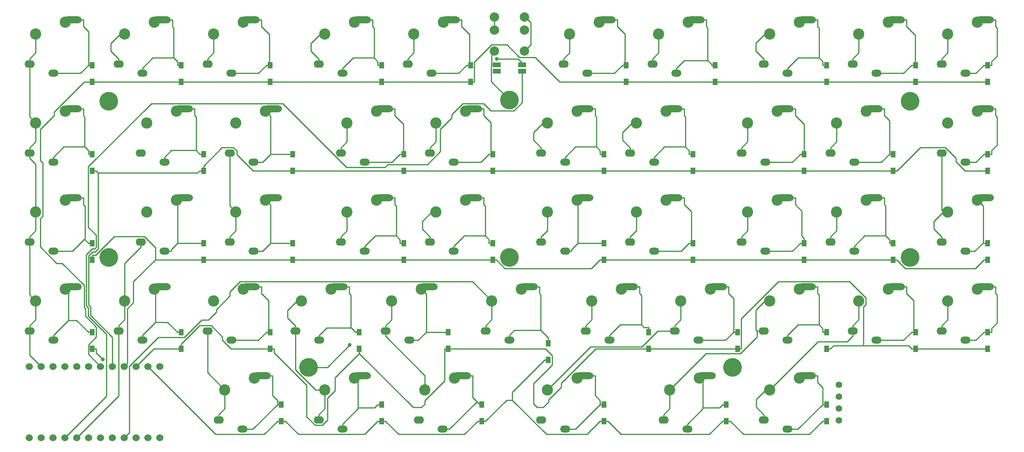
<source format=gbr>
G04 #@! TF.GenerationSoftware,KiCad,Pcbnew,(5.1.9)-1*
G04 #@! TF.CreationDate,2021-01-19T21:28:49+09:00*
G04 #@! TF.ProjectId,yuiop47,7975696f-7034-4372-9e6b-696361645f70,1*
G04 #@! TF.SameCoordinates,Original*
G04 #@! TF.FileFunction,Copper,L2,Bot*
G04 #@! TF.FilePolarity,Positive*
%FSLAX46Y46*%
G04 Gerber Fmt 4.6, Leading zero omitted, Abs format (unit mm)*
G04 Created by KiCad (PCBNEW (5.1.9)-1) date 2021-01-19 21:28:49*
%MOMM*%
%LPD*%
G01*
G04 APERTURE LIST*
G04 #@! TA.AperFunction,ComponentPad*
%ADD10C,4.000000*%
G04 #@! TD*
G04 #@! TA.AperFunction,ComponentPad*
%ADD11C,2.000000*%
G04 #@! TD*
G04 #@! TA.AperFunction,SMDPad,CuDef*
%ADD12R,1.000000X1.400000*%
G04 #@! TD*
G04 #@! TA.AperFunction,SMDPad,CuDef*
%ADD13R,1.700000X1.000000*%
G04 #@! TD*
G04 #@! TA.AperFunction,ComponentPad*
%ADD14C,1.397000*%
G04 #@! TD*
G04 #@! TA.AperFunction,ComponentPad*
%ADD15C,2.400000*%
G04 #@! TD*
G04 #@! TA.AperFunction,ComponentPad*
%ADD16O,2.200000X1.600000*%
G04 #@! TD*
G04 #@! TA.AperFunction,ComponentPad*
%ADD17O,2.200000X1.500000*%
G04 #@! TD*
G04 #@! TA.AperFunction,ComponentPad*
%ADD18C,1.524000*%
G04 #@! TD*
G04 #@! TA.AperFunction,ViaPad*
%ADD19C,0.800000*%
G04 #@! TD*
G04 #@! TA.AperFunction,Conductor*
%ADD20C,0.250000*%
G04 #@! TD*
G04 APERTURE END LIST*
D10*
X235750000Y-117250000D03*
X64250000Y-117250000D03*
X197750000Y-140750000D03*
X107000000Y-140750000D03*
X150000000Y-117250000D03*
X150000000Y-83500000D03*
X235750000Y-83750000D03*
X64250000Y-83750000D03*
D11*
X153250000Y-68538800D03*
X146750000Y-68538800D03*
X153250000Y-73038800D03*
X146750000Y-73038800D03*
D12*
X60703100Y-79628100D03*
X60703100Y-76078100D03*
X79753100Y-76078100D03*
X79753100Y-79628100D03*
X98803100Y-79628100D03*
X98803100Y-76078100D03*
X122616000Y-76078100D03*
X122616000Y-79628100D03*
X141666000Y-79628100D03*
X141666000Y-76078100D03*
X175003000Y-76078100D03*
X175003000Y-79628100D03*
X194053000Y-79628100D03*
X194053000Y-76078100D03*
X217866000Y-76078100D03*
X217866000Y-79628100D03*
X236916000Y-79628100D03*
X236916000Y-76078100D03*
X252394000Y-76078100D03*
X252394000Y-79628100D03*
X60703100Y-98678100D03*
X60703100Y-95128100D03*
X84515600Y-95128100D03*
X84515600Y-98678100D03*
X103566000Y-98678100D03*
X103566000Y-95128100D03*
X127378000Y-95128100D03*
X127378000Y-98678100D03*
X146428000Y-98678100D03*
X146428000Y-95128100D03*
X170241000Y-98678100D03*
X170241000Y-95128100D03*
X189291000Y-95128100D03*
X189291000Y-98678100D03*
X213103000Y-95128100D03*
X213103000Y-98678100D03*
X232153000Y-98678100D03*
X232153000Y-95128100D03*
X252394000Y-95128100D03*
X252394000Y-98678100D03*
X60703100Y-117728000D03*
X60703100Y-114178000D03*
X84515600Y-114178000D03*
X84515600Y-117728000D03*
X103566000Y-117728000D03*
X103566000Y-114178000D03*
X127378000Y-117728000D03*
X127378000Y-114178000D03*
X146428000Y-114178000D03*
X146428000Y-117728000D03*
X170241000Y-117728000D03*
X170241000Y-114178000D03*
X189291000Y-114178000D03*
X189291000Y-117728000D03*
X213103000Y-117728000D03*
X213103000Y-114178000D03*
X232153000Y-114178000D03*
X232153000Y-117728000D03*
X252394000Y-114178000D03*
X252394000Y-117728000D03*
X60703100Y-136778000D03*
X60703100Y-133228000D03*
X79753100Y-133228000D03*
X79753100Y-136778000D03*
X98803100Y-136778000D03*
X98803100Y-133228000D03*
X117853000Y-133228000D03*
X117853000Y-136778000D03*
X136903000Y-133228000D03*
X136903000Y-136778000D03*
X179766000Y-133228000D03*
X179766000Y-136778000D03*
X198816000Y-133228000D03*
X198816000Y-136778000D03*
X217866000Y-133228000D03*
X217866000Y-136778000D03*
X236916000Y-133228000D03*
X236916000Y-136778000D03*
X252394000Y-136778000D03*
X252394000Y-133228000D03*
X101184000Y-152256000D03*
X101184000Y-148706000D03*
X122616000Y-152256000D03*
X122616000Y-148706000D03*
X144047000Y-152256000D03*
X144047000Y-148706000D03*
X158334000Y-139159000D03*
X158334000Y-135609000D03*
X170241000Y-152256000D03*
X170241000Y-148706000D03*
X196434000Y-152256000D03*
X196434000Y-148706000D03*
X217866000Y-148706000D03*
X217866000Y-152256000D03*
D13*
X152750000Y-77362500D03*
X152750000Y-75962500D03*
X147250000Y-77362500D03*
X147250000Y-75962500D03*
D14*
X220500000Y-144440000D03*
X220500000Y-146980000D03*
X220500000Y-149520000D03*
X220500000Y-152060000D03*
D15*
X54908800Y-66820000D03*
G04 #@! TA.AperFunction,ComponentPad*
G36*
G01*
X54068926Y-66378797D02*
X54068926Y-66378797D01*
G75*
G02*
X54812352Y-65622281I749971J6545D01*
G01*
X57712242Y-65596975D01*
G75*
G02*
X58468758Y-66340401I6545J-749971D01*
G01*
X58468758Y-66340401D01*
G75*
G02*
X57725332Y-67096917I-749971J-6545D01*
G01*
X54825442Y-67122223D01*
G75*
G02*
X54068926Y-66378797I-6545J749971D01*
G01*
G37*
G04 #@! TD.AperFunction*
D16*
X47268800Y-75800000D03*
D17*
X52368800Y-77800000D03*
D15*
X48558800Y-69360000D03*
X67608800Y-69360000D03*
D17*
X71418800Y-77800000D03*
D16*
X66318800Y-75800000D03*
G04 #@! TA.AperFunction,ComponentPad*
G36*
G01*
X73118926Y-66378797D02*
X73118926Y-66378797D01*
G75*
G02*
X73862352Y-65622281I749971J6545D01*
G01*
X76762242Y-65596975D01*
G75*
G02*
X77518758Y-66340401I6545J-749971D01*
G01*
X77518758Y-66340401D01*
G75*
G02*
X76775332Y-67096917I-749971J-6545D01*
G01*
X73875442Y-67122223D01*
G75*
G02*
X73118926Y-66378797I-6545J749971D01*
G01*
G37*
G04 #@! TD.AperFunction*
D15*
X73958800Y-66820000D03*
X93008800Y-66820000D03*
G04 #@! TA.AperFunction,ComponentPad*
G36*
G01*
X92168926Y-66378797D02*
X92168926Y-66378797D01*
G75*
G02*
X92912352Y-65622281I749971J6545D01*
G01*
X95812242Y-65596975D01*
G75*
G02*
X96568758Y-66340401I6545J-749971D01*
G01*
X96568758Y-66340401D01*
G75*
G02*
X95825332Y-67096917I-749971J-6545D01*
G01*
X92925442Y-67122223D01*
G75*
G02*
X92168926Y-66378797I-6545J749971D01*
G01*
G37*
G04 #@! TD.AperFunction*
D16*
X85368800Y-75800000D03*
D17*
X90468800Y-77800000D03*
D15*
X86658800Y-69360000D03*
X110471000Y-69360000D03*
D17*
X114281000Y-77800000D03*
D16*
X109181000Y-75800000D03*
G04 #@! TA.AperFunction,ComponentPad*
G36*
G01*
X115981126Y-66378797D02*
X115981126Y-66378797D01*
G75*
G02*
X116724552Y-65622281I749971J6545D01*
G01*
X119624442Y-65596975D01*
G75*
G02*
X120380958Y-66340401I6545J-749971D01*
G01*
X120380958Y-66340401D01*
G75*
G02*
X119637532Y-67096917I-749971J-6545D01*
G01*
X116737642Y-67122223D01*
G75*
G02*
X115981126Y-66378797I-6545J749971D01*
G01*
G37*
G04 #@! TD.AperFunction*
D15*
X116821000Y-66820000D03*
X135871000Y-66820000D03*
G04 #@! TA.AperFunction,ComponentPad*
G36*
G01*
X135031126Y-66378797D02*
X135031126Y-66378797D01*
G75*
G02*
X135774552Y-65622281I749971J6545D01*
G01*
X138674442Y-65596975D01*
G75*
G02*
X139430958Y-66340401I6545J-749971D01*
G01*
X139430958Y-66340401D01*
G75*
G02*
X138687532Y-67096917I-749971J-6545D01*
G01*
X135787642Y-67122223D01*
G75*
G02*
X135031126Y-66378797I-6545J749971D01*
G01*
G37*
G04 #@! TD.AperFunction*
D16*
X128231000Y-75800000D03*
D17*
X133331000Y-77800000D03*
D15*
X129521000Y-69360000D03*
X169209000Y-66820000D03*
G04 #@! TA.AperFunction,ComponentPad*
G36*
G01*
X168369126Y-66378797D02*
X168369126Y-66378797D01*
G75*
G02*
X169112552Y-65622281I749971J6545D01*
G01*
X172012442Y-65596975D01*
G75*
G02*
X172768958Y-66340401I6545J-749971D01*
G01*
X172768958Y-66340401D01*
G75*
G02*
X172025532Y-67096917I-749971J-6545D01*
G01*
X169125642Y-67122223D01*
G75*
G02*
X168369126Y-66378797I-6545J749971D01*
G01*
G37*
G04 #@! TD.AperFunction*
D16*
X161569000Y-75800000D03*
D17*
X166669000Y-77800000D03*
D15*
X162859000Y-69360000D03*
X181909000Y-69360000D03*
D17*
X185719000Y-77800000D03*
D16*
X180619000Y-75800000D03*
G04 #@! TA.AperFunction,ComponentPad*
G36*
G01*
X187419126Y-66378797D02*
X187419126Y-66378797D01*
G75*
G02*
X188162552Y-65622281I749971J6545D01*
G01*
X191062442Y-65596975D01*
G75*
G02*
X191818958Y-66340401I6545J-749971D01*
G01*
X191818958Y-66340401D01*
G75*
G02*
X191075532Y-67096917I-749971J-6545D01*
G01*
X188175642Y-67122223D01*
G75*
G02*
X187419126Y-66378797I-6545J749971D01*
G01*
G37*
G04 #@! TD.AperFunction*
D15*
X188259000Y-66820000D03*
X205721000Y-69360000D03*
D17*
X209531000Y-77800000D03*
D16*
X204431000Y-75800000D03*
G04 #@! TA.AperFunction,ComponentPad*
G36*
G01*
X211231126Y-66378797D02*
X211231126Y-66378797D01*
G75*
G02*
X211974552Y-65622281I749971J6545D01*
G01*
X214874442Y-65596975D01*
G75*
G02*
X215630958Y-66340401I6545J-749971D01*
G01*
X215630958Y-66340401D01*
G75*
G02*
X214887532Y-67096917I-749971J-6545D01*
G01*
X211987642Y-67122223D01*
G75*
G02*
X211231126Y-66378797I-6545J749971D01*
G01*
G37*
G04 #@! TD.AperFunction*
D15*
X212071000Y-66820000D03*
X231121000Y-66820000D03*
G04 #@! TA.AperFunction,ComponentPad*
G36*
G01*
X230281126Y-66378797D02*
X230281126Y-66378797D01*
G75*
G02*
X231024552Y-65622281I749971J6545D01*
G01*
X233924442Y-65596975D01*
G75*
G02*
X234680958Y-66340401I6545J-749971D01*
G01*
X234680958Y-66340401D01*
G75*
G02*
X233937532Y-67096917I-749971J-6545D01*
G01*
X231037642Y-67122223D01*
G75*
G02*
X230281126Y-66378797I-6545J749971D01*
G01*
G37*
G04 #@! TD.AperFunction*
D16*
X223481000Y-75800000D03*
D17*
X228581000Y-77800000D03*
D15*
X224771000Y-69360000D03*
X243821000Y-69360000D03*
D17*
X247631000Y-77800000D03*
D16*
X242531000Y-75800000D03*
G04 #@! TA.AperFunction,ComponentPad*
G36*
G01*
X249331126Y-66378797D02*
X249331126Y-66378797D01*
G75*
G02*
X250074552Y-65622281I749971J6545D01*
G01*
X252974442Y-65596975D01*
G75*
G02*
X253730958Y-66340401I6545J-749971D01*
G01*
X253730958Y-66340401D01*
G75*
G02*
X252987532Y-67096917I-749971J-6545D01*
G01*
X250087642Y-67122223D01*
G75*
G02*
X249331126Y-66378797I-6545J749971D01*
G01*
G37*
G04 #@! TD.AperFunction*
D15*
X250171000Y-66820000D03*
X48558800Y-88410000D03*
D17*
X52368800Y-96850000D03*
D16*
X47268800Y-94850000D03*
G04 #@! TA.AperFunction,ComponentPad*
G36*
G01*
X54068926Y-85428797D02*
X54068926Y-85428797D01*
G75*
G02*
X54812352Y-84672281I749971J6545D01*
G01*
X57712242Y-84646975D01*
G75*
G02*
X58468758Y-85390401I6545J-749971D01*
G01*
X58468758Y-85390401D01*
G75*
G02*
X57725332Y-86146917I-749971J-6545D01*
G01*
X54825442Y-86172223D01*
G75*
G02*
X54068926Y-85428797I-6545J749971D01*
G01*
G37*
G04 #@! TD.AperFunction*
D15*
X54908800Y-85870000D03*
X72371200Y-88410000D03*
D17*
X76181200Y-96850000D03*
D16*
X71081200Y-94850000D03*
G04 #@! TA.AperFunction,ComponentPad*
G36*
G01*
X77881326Y-85428797D02*
X77881326Y-85428797D01*
G75*
G02*
X78624752Y-84672281I749971J6545D01*
G01*
X81524642Y-84646975D01*
G75*
G02*
X82281158Y-85390401I6545J-749971D01*
G01*
X82281158Y-85390401D01*
G75*
G02*
X81537732Y-86146917I-749971J-6545D01*
G01*
X78637842Y-86172223D01*
G75*
G02*
X77881326Y-85428797I-6545J749971D01*
G01*
G37*
G04 #@! TD.AperFunction*
D15*
X78721200Y-85870000D03*
X97771200Y-85870000D03*
G04 #@! TA.AperFunction,ComponentPad*
G36*
G01*
X96931326Y-85428797D02*
X96931326Y-85428797D01*
G75*
G02*
X97674752Y-84672281I749971J6545D01*
G01*
X100574642Y-84646975D01*
G75*
G02*
X101331158Y-85390401I6545J-749971D01*
G01*
X101331158Y-85390401D01*
G75*
G02*
X100587732Y-86146917I-749971J-6545D01*
G01*
X97687842Y-86172223D01*
G75*
G02*
X96931326Y-85428797I-6545J749971D01*
G01*
G37*
G04 #@! TD.AperFunction*
D16*
X90131200Y-94850000D03*
D17*
X95231200Y-96850000D03*
D15*
X91421200Y-88410000D03*
X121584000Y-85870000D03*
G04 #@! TA.AperFunction,ComponentPad*
G36*
G01*
X120744126Y-85428797D02*
X120744126Y-85428797D01*
G75*
G02*
X121487552Y-84672281I749971J6545D01*
G01*
X124387442Y-84646975D01*
G75*
G02*
X125143958Y-85390401I6545J-749971D01*
G01*
X125143958Y-85390401D01*
G75*
G02*
X124400532Y-86146917I-749971J-6545D01*
G01*
X121500642Y-86172223D01*
G75*
G02*
X120744126Y-85428797I-6545J749971D01*
G01*
G37*
G04 #@! TD.AperFunction*
D16*
X113944000Y-94850000D03*
D17*
X119044000Y-96850000D03*
D15*
X115234000Y-88410000D03*
X140634000Y-85870000D03*
G04 #@! TA.AperFunction,ComponentPad*
G36*
G01*
X139794126Y-85428797D02*
X139794126Y-85428797D01*
G75*
G02*
X140537552Y-84672281I749971J6545D01*
G01*
X143437442Y-84646975D01*
G75*
G02*
X144193958Y-85390401I6545J-749971D01*
G01*
X144193958Y-85390401D01*
G75*
G02*
X143450532Y-86146917I-749971J-6545D01*
G01*
X140550642Y-86172223D01*
G75*
G02*
X139794126Y-85428797I-6545J749971D01*
G01*
G37*
G04 #@! TD.AperFunction*
D16*
X132994000Y-94850000D03*
D17*
X138094000Y-96850000D03*
D15*
X134284000Y-88410000D03*
X158096000Y-88410000D03*
D17*
X161906000Y-96850000D03*
D16*
X156806000Y-94850000D03*
G04 #@! TA.AperFunction,ComponentPad*
G36*
G01*
X163606126Y-85428797D02*
X163606126Y-85428797D01*
G75*
G02*
X164349552Y-84672281I749971J6545D01*
G01*
X167249442Y-84646975D01*
G75*
G02*
X168005958Y-85390401I6545J-749971D01*
G01*
X168005958Y-85390401D01*
G75*
G02*
X167262532Y-86146917I-749971J-6545D01*
G01*
X164362642Y-86172223D01*
G75*
G02*
X163606126Y-85428797I-6545J749971D01*
G01*
G37*
G04 #@! TD.AperFunction*
D15*
X164446000Y-85870000D03*
X177146000Y-88410000D03*
D17*
X180956000Y-96850000D03*
D16*
X175856000Y-94850000D03*
G04 #@! TA.AperFunction,ComponentPad*
G36*
G01*
X182656126Y-85428797D02*
X182656126Y-85428797D01*
G75*
G02*
X183399552Y-84672281I749971J6545D01*
G01*
X186299442Y-84646975D01*
G75*
G02*
X187055958Y-85390401I6545J-749971D01*
G01*
X187055958Y-85390401D01*
G75*
G02*
X186312532Y-86146917I-749971J-6545D01*
G01*
X183412642Y-86172223D01*
G75*
G02*
X182656126Y-85428797I-6545J749971D01*
G01*
G37*
G04 #@! TD.AperFunction*
D15*
X183496000Y-85870000D03*
X207309000Y-85870000D03*
G04 #@! TA.AperFunction,ComponentPad*
G36*
G01*
X206469126Y-85428797D02*
X206469126Y-85428797D01*
G75*
G02*
X207212552Y-84672281I749971J6545D01*
G01*
X210112442Y-84646975D01*
G75*
G02*
X210868958Y-85390401I6545J-749971D01*
G01*
X210868958Y-85390401D01*
G75*
G02*
X210125532Y-86146917I-749971J-6545D01*
G01*
X207225642Y-86172223D01*
G75*
G02*
X206469126Y-85428797I-6545J749971D01*
G01*
G37*
G04 #@! TD.AperFunction*
D16*
X199669000Y-94850000D03*
D17*
X204769000Y-96850000D03*
D15*
X200959000Y-88410000D03*
X226359000Y-85870000D03*
G04 #@! TA.AperFunction,ComponentPad*
G36*
G01*
X225519126Y-85428797D02*
X225519126Y-85428797D01*
G75*
G02*
X226262552Y-84672281I749971J6545D01*
G01*
X229162442Y-84646975D01*
G75*
G02*
X229918958Y-85390401I6545J-749971D01*
G01*
X229918958Y-85390401D01*
G75*
G02*
X229175532Y-86146917I-749971J-6545D01*
G01*
X226275642Y-86172223D01*
G75*
G02*
X225519126Y-85428797I-6545J749971D01*
G01*
G37*
G04 #@! TD.AperFunction*
D16*
X218719000Y-94850000D03*
D17*
X223819000Y-96850000D03*
D15*
X220009000Y-88410000D03*
X243821000Y-88410000D03*
D17*
X247631000Y-96850000D03*
D16*
X242531000Y-94850000D03*
G04 #@! TA.AperFunction,ComponentPad*
G36*
G01*
X249331126Y-85428797D02*
X249331126Y-85428797D01*
G75*
G02*
X250074552Y-84672281I749971J6545D01*
G01*
X252974442Y-84646975D01*
G75*
G02*
X253730958Y-85390401I6545J-749971D01*
G01*
X253730958Y-85390401D01*
G75*
G02*
X252987532Y-86146917I-749971J-6545D01*
G01*
X250087642Y-86172223D01*
G75*
G02*
X249331126Y-85428797I-6545J749971D01*
G01*
G37*
G04 #@! TD.AperFunction*
D15*
X250171000Y-85870000D03*
X48558800Y-107460000D03*
D17*
X52368800Y-115900000D03*
D16*
X47268800Y-113900000D03*
G04 #@! TA.AperFunction,ComponentPad*
G36*
G01*
X54068926Y-104478797D02*
X54068926Y-104478797D01*
G75*
G02*
X54812352Y-103722281I749971J6545D01*
G01*
X57712242Y-103696975D01*
G75*
G02*
X58468758Y-104440401I6545J-749971D01*
G01*
X58468758Y-104440401D01*
G75*
G02*
X57725332Y-105196917I-749971J-6545D01*
G01*
X54825442Y-105222223D01*
G75*
G02*
X54068926Y-104478797I-6545J749971D01*
G01*
G37*
G04 #@! TD.AperFunction*
D15*
X54908800Y-104920000D03*
X78721200Y-104920000D03*
G04 #@! TA.AperFunction,ComponentPad*
G36*
G01*
X77881326Y-104478797D02*
X77881326Y-104478797D01*
G75*
G02*
X78624752Y-103722281I749971J6545D01*
G01*
X81524642Y-103696975D01*
G75*
G02*
X82281158Y-104440401I6545J-749971D01*
G01*
X82281158Y-104440401D01*
G75*
G02*
X81537732Y-105196917I-749971J-6545D01*
G01*
X78637842Y-105222223D01*
G75*
G02*
X77881326Y-104478797I-6545J749971D01*
G01*
G37*
G04 #@! TD.AperFunction*
D16*
X71081200Y-113900000D03*
D17*
X76181200Y-115900000D03*
D15*
X72371200Y-107460000D03*
X97771200Y-104920000D03*
G04 #@! TA.AperFunction,ComponentPad*
G36*
G01*
X96931326Y-104478797D02*
X96931326Y-104478797D01*
G75*
G02*
X97674752Y-103722281I749971J6545D01*
G01*
X100574642Y-103696975D01*
G75*
G02*
X101331158Y-104440401I6545J-749971D01*
G01*
X101331158Y-104440401D01*
G75*
G02*
X100587732Y-105196917I-749971J-6545D01*
G01*
X97687842Y-105222223D01*
G75*
G02*
X96931326Y-104478797I-6545J749971D01*
G01*
G37*
G04 #@! TD.AperFunction*
D16*
X90131200Y-113900000D03*
D17*
X95231200Y-115900000D03*
D15*
X91421200Y-107460000D03*
X115234000Y-107460000D03*
D17*
X119044000Y-115900000D03*
D16*
X113944000Y-113900000D03*
G04 #@! TA.AperFunction,ComponentPad*
G36*
G01*
X120744126Y-104478797D02*
X120744126Y-104478797D01*
G75*
G02*
X121487552Y-103722281I749971J6545D01*
G01*
X124387442Y-103696975D01*
G75*
G02*
X125143958Y-104440401I6545J-749971D01*
G01*
X125143958Y-104440401D01*
G75*
G02*
X124400532Y-105196917I-749971J-6545D01*
G01*
X121500642Y-105222223D01*
G75*
G02*
X120744126Y-104478797I-6545J749971D01*
G01*
G37*
G04 #@! TD.AperFunction*
D15*
X121584000Y-104920000D03*
X134284000Y-107460000D03*
D17*
X138094000Y-115900000D03*
D16*
X132994000Y-113900000D03*
G04 #@! TA.AperFunction,ComponentPad*
G36*
G01*
X139794126Y-104478797D02*
X139794126Y-104478797D01*
G75*
G02*
X140537552Y-103722281I749971J6545D01*
G01*
X143437442Y-103696975D01*
G75*
G02*
X144193958Y-104440401I6545J-749971D01*
G01*
X144193958Y-104440401D01*
G75*
G02*
X143450532Y-105196917I-749971J-6545D01*
G01*
X140550642Y-105222223D01*
G75*
G02*
X139794126Y-104478797I-6545J749971D01*
G01*
G37*
G04 #@! TD.AperFunction*
D15*
X140634000Y-104920000D03*
X164446000Y-104920000D03*
G04 #@! TA.AperFunction,ComponentPad*
G36*
G01*
X163606126Y-104478797D02*
X163606126Y-104478797D01*
G75*
G02*
X164349552Y-103722281I749971J6545D01*
G01*
X167249442Y-103696975D01*
G75*
G02*
X168005958Y-104440401I6545J-749971D01*
G01*
X168005958Y-104440401D01*
G75*
G02*
X167262532Y-105196917I-749971J-6545D01*
G01*
X164362642Y-105222223D01*
G75*
G02*
X163606126Y-104478797I-6545J749971D01*
G01*
G37*
G04 #@! TD.AperFunction*
D16*
X156806000Y-113900000D03*
D17*
X161906000Y-115900000D03*
D15*
X158096000Y-107460000D03*
X183496000Y-104920000D03*
G04 #@! TA.AperFunction,ComponentPad*
G36*
G01*
X182656126Y-104478797D02*
X182656126Y-104478797D01*
G75*
G02*
X183399552Y-103722281I749971J6545D01*
G01*
X186299442Y-103696975D01*
G75*
G02*
X187055958Y-104440401I6545J-749971D01*
G01*
X187055958Y-104440401D01*
G75*
G02*
X186312532Y-105196917I-749971J-6545D01*
G01*
X183412642Y-105222223D01*
G75*
G02*
X182656126Y-104478797I-6545J749971D01*
G01*
G37*
G04 #@! TD.AperFunction*
D16*
X175856000Y-113900000D03*
D17*
X180956000Y-115900000D03*
D15*
X177146000Y-107460000D03*
X200959000Y-107460000D03*
D17*
X204769000Y-115900000D03*
D16*
X199669000Y-113900000D03*
G04 #@! TA.AperFunction,ComponentPad*
G36*
G01*
X206469126Y-104478797D02*
X206469126Y-104478797D01*
G75*
G02*
X207212552Y-103722281I749971J6545D01*
G01*
X210112442Y-103696975D01*
G75*
G02*
X210868958Y-104440401I6545J-749971D01*
G01*
X210868958Y-104440401D01*
G75*
G02*
X210125532Y-105196917I-749971J-6545D01*
G01*
X207225642Y-105222223D01*
G75*
G02*
X206469126Y-104478797I-6545J749971D01*
G01*
G37*
G04 #@! TD.AperFunction*
D15*
X207309000Y-104920000D03*
X220009000Y-107460000D03*
D17*
X223819000Y-115900000D03*
D16*
X218719000Y-113900000D03*
G04 #@! TA.AperFunction,ComponentPad*
G36*
G01*
X225519126Y-104478797D02*
X225519126Y-104478797D01*
G75*
G02*
X226262552Y-103722281I749971J6545D01*
G01*
X229162442Y-103696975D01*
G75*
G02*
X229918958Y-104440401I6545J-749971D01*
G01*
X229918958Y-104440401D01*
G75*
G02*
X229175532Y-105196917I-749971J-6545D01*
G01*
X226275642Y-105222223D01*
G75*
G02*
X225519126Y-104478797I-6545J749971D01*
G01*
G37*
G04 #@! TD.AperFunction*
D15*
X226359000Y-104920000D03*
X250171000Y-104920000D03*
G04 #@! TA.AperFunction,ComponentPad*
G36*
G01*
X249331126Y-104478797D02*
X249331126Y-104478797D01*
G75*
G02*
X250074552Y-103722281I749971J6545D01*
G01*
X252974442Y-103696975D01*
G75*
G02*
X253730958Y-104440401I6545J-749971D01*
G01*
X253730958Y-104440401D01*
G75*
G02*
X252987532Y-105196917I-749971J-6545D01*
G01*
X250087642Y-105222223D01*
G75*
G02*
X249331126Y-104478797I-6545J749971D01*
G01*
G37*
G04 #@! TD.AperFunction*
D16*
X242531000Y-113900000D03*
D17*
X247631000Y-115900000D03*
D15*
X243821000Y-107460000D03*
X54908800Y-123970000D03*
G04 #@! TA.AperFunction,ComponentPad*
G36*
G01*
X54068926Y-123528797D02*
X54068926Y-123528797D01*
G75*
G02*
X54812352Y-122772281I749971J6545D01*
G01*
X57712242Y-122746975D01*
G75*
G02*
X58468758Y-123490401I6545J-749971D01*
G01*
X58468758Y-123490401D01*
G75*
G02*
X57725332Y-124246917I-749971J-6545D01*
G01*
X54825442Y-124272223D01*
G75*
G02*
X54068926Y-123528797I-6545J749971D01*
G01*
G37*
G04 #@! TD.AperFunction*
D16*
X47268800Y-132950000D03*
D17*
X52368800Y-134950000D03*
D15*
X48558800Y-126510000D03*
X67608800Y-126510000D03*
D17*
X71418800Y-134950000D03*
D16*
X66318800Y-132950000D03*
G04 #@! TA.AperFunction,ComponentPad*
G36*
G01*
X73118926Y-123528797D02*
X73118926Y-123528797D01*
G75*
G02*
X73862352Y-122772281I749971J6545D01*
G01*
X76762242Y-122746975D01*
G75*
G02*
X77518758Y-123490401I6545J-749971D01*
G01*
X77518758Y-123490401D01*
G75*
G02*
X76775332Y-124246917I-749971J-6545D01*
G01*
X73875442Y-124272223D01*
G75*
G02*
X73118926Y-123528797I-6545J749971D01*
G01*
G37*
G04 #@! TD.AperFunction*
D15*
X73958800Y-123970000D03*
X93008800Y-123970000D03*
G04 #@! TA.AperFunction,ComponentPad*
G36*
G01*
X92168926Y-123528797D02*
X92168926Y-123528797D01*
G75*
G02*
X92912352Y-122772281I749971J6545D01*
G01*
X95812242Y-122746975D01*
G75*
G02*
X96568758Y-123490401I6545J-749971D01*
G01*
X96568758Y-123490401D01*
G75*
G02*
X95825332Y-124246917I-749971J-6545D01*
G01*
X92925442Y-124272223D01*
G75*
G02*
X92168926Y-123528797I-6545J749971D01*
G01*
G37*
G04 #@! TD.AperFunction*
D16*
X85368800Y-132950000D03*
D17*
X90468800Y-134950000D03*
D15*
X86658800Y-126510000D03*
X105470000Y-126510000D03*
D17*
X109280000Y-134950000D03*
D16*
X104180000Y-132950000D03*
G04 #@! TA.AperFunction,ComponentPad*
G36*
G01*
X110980126Y-123528797D02*
X110980126Y-123528797D01*
G75*
G02*
X111723552Y-122772281I749971J6545D01*
G01*
X114623442Y-122746975D01*
G75*
G02*
X115379958Y-123490401I6545J-749971D01*
G01*
X115379958Y-123490401D01*
G75*
G02*
X114636532Y-124246917I-749971J-6545D01*
G01*
X111736642Y-124272223D01*
G75*
G02*
X110980126Y-123528797I-6545J749971D01*
G01*
G37*
G04 #@! TD.AperFunction*
D15*
X111820000Y-123970000D03*
X131109000Y-123970000D03*
G04 #@! TA.AperFunction,ComponentPad*
G36*
G01*
X130269126Y-123528797D02*
X130269126Y-123528797D01*
G75*
G02*
X131012552Y-122772281I749971J6545D01*
G01*
X133912442Y-122746975D01*
G75*
G02*
X134668958Y-123490401I6545J-749971D01*
G01*
X134668958Y-123490401D01*
G75*
G02*
X133925532Y-124246917I-749971J-6545D01*
G01*
X131025642Y-124272223D01*
G75*
G02*
X130269126Y-123528797I-6545J749971D01*
G01*
G37*
G04 #@! TD.AperFunction*
D16*
X123469000Y-132950000D03*
D17*
X128569000Y-134950000D03*
D15*
X124759000Y-126510000D03*
X167621000Y-126510000D03*
D17*
X171431000Y-134950000D03*
D16*
X166331000Y-132950000D03*
G04 #@! TA.AperFunction,ComponentPad*
G36*
G01*
X173131126Y-123528797D02*
X173131126Y-123528797D01*
G75*
G02*
X173874552Y-122772281I749971J6545D01*
G01*
X176774442Y-122746975D01*
G75*
G02*
X177530958Y-123490401I6545J-749971D01*
G01*
X177530958Y-123490401D01*
G75*
G02*
X176787532Y-124246917I-749971J-6545D01*
G01*
X173887642Y-124272223D01*
G75*
G02*
X173131126Y-123528797I-6545J749971D01*
G01*
G37*
G04 #@! TD.AperFunction*
D15*
X173971000Y-123970000D03*
X193021000Y-123970000D03*
G04 #@! TA.AperFunction,ComponentPad*
G36*
G01*
X192181126Y-123528797D02*
X192181126Y-123528797D01*
G75*
G02*
X192924552Y-122772281I749971J6545D01*
G01*
X195824442Y-122746975D01*
G75*
G02*
X196580958Y-123490401I6545J-749971D01*
G01*
X196580958Y-123490401D01*
G75*
G02*
X195837532Y-124246917I-749971J-6545D01*
G01*
X192937642Y-124272223D01*
G75*
G02*
X192181126Y-123528797I-6545J749971D01*
G01*
G37*
G04 #@! TD.AperFunction*
D16*
X185381000Y-132950000D03*
D17*
X190481000Y-134950000D03*
D15*
X186671000Y-126510000D03*
X205721000Y-126510000D03*
D17*
X209531000Y-134950000D03*
D16*
X204431000Y-132950000D03*
G04 #@! TA.AperFunction,ComponentPad*
G36*
G01*
X211231126Y-123528797D02*
X211231126Y-123528797D01*
G75*
G02*
X211974552Y-122772281I749971J6545D01*
G01*
X214874442Y-122746975D01*
G75*
G02*
X215630958Y-123490401I6545J-749971D01*
G01*
X215630958Y-123490401D01*
G75*
G02*
X214887532Y-124246917I-749971J-6545D01*
G01*
X211987642Y-124272223D01*
G75*
G02*
X211231126Y-123528797I-6545J749971D01*
G01*
G37*
G04 #@! TD.AperFunction*
D15*
X212071000Y-123970000D03*
X231121000Y-123970000D03*
G04 #@! TA.AperFunction,ComponentPad*
G36*
G01*
X230281126Y-123528797D02*
X230281126Y-123528797D01*
G75*
G02*
X231024552Y-122772281I749971J6545D01*
G01*
X233924442Y-122746975D01*
G75*
G02*
X234680958Y-123490401I6545J-749971D01*
G01*
X234680958Y-123490401D01*
G75*
G02*
X233937532Y-124246917I-749971J-6545D01*
G01*
X231037642Y-124272223D01*
G75*
G02*
X230281126Y-123528797I-6545J749971D01*
G01*
G37*
G04 #@! TD.AperFunction*
D16*
X223481000Y-132950000D03*
D17*
X228581000Y-134950000D03*
D15*
X224771000Y-126510000D03*
X243821000Y-126510000D03*
D17*
X247631000Y-134950000D03*
D16*
X242531000Y-132950000D03*
G04 #@! TA.AperFunction,ComponentPad*
G36*
G01*
X249331126Y-123528797D02*
X249331126Y-123528797D01*
G75*
G02*
X250074552Y-122772281I749971J6545D01*
G01*
X252974442Y-122746975D01*
G75*
G02*
X253730958Y-123490401I6545J-749971D01*
G01*
X253730958Y-123490401D01*
G75*
G02*
X252987532Y-124246917I-749971J-6545D01*
G01*
X250087642Y-124272223D01*
G75*
G02*
X249331126Y-123528797I-6545J749971D01*
G01*
G37*
G04 #@! TD.AperFunction*
D15*
X250171000Y-123970000D03*
X89040000Y-145560000D03*
D17*
X92850000Y-154000000D03*
D16*
X87750000Y-152000000D03*
G04 #@! TA.AperFunction,ComponentPad*
G36*
G01*
X94550126Y-142578797D02*
X94550126Y-142578797D01*
G75*
G02*
X95293552Y-141822281I749971J6545D01*
G01*
X98193442Y-141796975D01*
G75*
G02*
X98949958Y-142540401I6545J-749971D01*
G01*
X98949958Y-142540401D01*
G75*
G02*
X98206532Y-143296917I-749971J-6545D01*
G01*
X95306642Y-143322223D01*
G75*
G02*
X94550126Y-142578797I-6545J749971D01*
G01*
G37*
G04 #@! TD.AperFunction*
D15*
X95390000Y-143020000D03*
X116821000Y-143020000D03*
G04 #@! TA.AperFunction,ComponentPad*
G36*
G01*
X115981126Y-142578797D02*
X115981126Y-142578797D01*
G75*
G02*
X116724552Y-141822281I749971J6545D01*
G01*
X119624442Y-141796975D01*
G75*
G02*
X120380958Y-142540401I6545J-749971D01*
G01*
X120380958Y-142540401D01*
G75*
G02*
X119637532Y-143296917I-749971J-6545D01*
G01*
X116737642Y-143322223D01*
G75*
G02*
X115981126Y-142578797I-6545J749971D01*
G01*
G37*
G04 #@! TD.AperFunction*
D16*
X109181000Y-152000000D03*
D17*
X114281000Y-154000000D03*
D15*
X110471000Y-145560000D03*
X138252000Y-143020000D03*
G04 #@! TA.AperFunction,ComponentPad*
G36*
G01*
X137412126Y-142578797D02*
X137412126Y-142578797D01*
G75*
G02*
X138155552Y-141822281I749971J6545D01*
G01*
X141055442Y-141796975D01*
G75*
G02*
X141811958Y-142540401I6545J-749971D01*
G01*
X141811958Y-142540401D01*
G75*
G02*
X141068532Y-143296917I-749971J-6545D01*
G01*
X138168642Y-143322223D01*
G75*
G02*
X137412126Y-142578797I-6545J749971D01*
G01*
G37*
G04 #@! TD.AperFunction*
D16*
X130612000Y-152000000D03*
D17*
X135712000Y-154000000D03*
D15*
X131902000Y-145560000D03*
X146190000Y-126510000D03*
D17*
X150000000Y-134950000D03*
D16*
X144900000Y-132950000D03*
G04 #@! TA.AperFunction,ComponentPad*
G36*
G01*
X151700126Y-123528797D02*
X151700126Y-123528797D01*
G75*
G02*
X152443552Y-122772281I749971J6545D01*
G01*
X155343442Y-122746975D01*
G75*
G02*
X156099958Y-123490401I6545J-749971D01*
G01*
X156099958Y-123490401D01*
G75*
G02*
X155356532Y-124246917I-749971J-6545D01*
G01*
X152456642Y-124272223D01*
G75*
G02*
X151700126Y-123528797I-6545J749971D01*
G01*
G37*
G04 #@! TD.AperFunction*
D15*
X152540000Y-123970000D03*
X158096000Y-145560000D03*
D17*
X161906000Y-154000000D03*
D16*
X156806000Y-152000000D03*
G04 #@! TA.AperFunction,ComponentPad*
G36*
G01*
X163606126Y-142578797D02*
X163606126Y-142578797D01*
G75*
G02*
X164349552Y-141822281I749971J6545D01*
G01*
X167249442Y-141796975D01*
G75*
G02*
X168005958Y-142540401I6545J-749971D01*
G01*
X168005958Y-142540401D01*
G75*
G02*
X167262532Y-143296917I-749971J-6545D01*
G01*
X164362642Y-143322223D01*
G75*
G02*
X163606126Y-142578797I-6545J749971D01*
G01*
G37*
G04 #@! TD.AperFunction*
D15*
X164446000Y-143020000D03*
X190640000Y-143020000D03*
G04 #@! TA.AperFunction,ComponentPad*
G36*
G01*
X189800126Y-142578797D02*
X189800126Y-142578797D01*
G75*
G02*
X190543552Y-141822281I749971J6545D01*
G01*
X193443442Y-141796975D01*
G75*
G02*
X194199958Y-142540401I6545J-749971D01*
G01*
X194199958Y-142540401D01*
G75*
G02*
X193456532Y-143296917I-749971J-6545D01*
G01*
X190556642Y-143322223D01*
G75*
G02*
X189800126Y-142578797I-6545J749971D01*
G01*
G37*
G04 #@! TD.AperFunction*
D16*
X183000000Y-152000000D03*
D17*
X188100000Y-154000000D03*
D15*
X184290000Y-145560000D03*
X205721000Y-145560000D03*
D17*
X209531000Y-154000000D03*
D16*
X204431000Y-152000000D03*
G04 #@! TA.AperFunction,ComponentPad*
G36*
G01*
X211231126Y-142578797D02*
X211231126Y-142578797D01*
G75*
G02*
X211974552Y-141822281I749971J6545D01*
G01*
X214874442Y-141796975D01*
G75*
G02*
X215630958Y-142540401I6545J-749971D01*
G01*
X215630958Y-142540401D01*
G75*
G02*
X214887532Y-143296917I-749971J-6545D01*
G01*
X211987642Y-143322223D01*
G75*
G02*
X211231126Y-142578797I-6545J749971D01*
G01*
G37*
G04 #@! TD.AperFunction*
D15*
X212071000Y-143020000D03*
D18*
X47222000Y-155808600D03*
X49762000Y-155808600D03*
X52302000Y-155808600D03*
X54842000Y-155808600D03*
X57382000Y-155808600D03*
X59922000Y-155808600D03*
X62462000Y-155808600D03*
X65002000Y-155808600D03*
X67542000Y-155808600D03*
X70082000Y-155808600D03*
X72622000Y-155808600D03*
X75162000Y-155808600D03*
X75162000Y-140588600D03*
X72622000Y-140588600D03*
X70082000Y-140588600D03*
X67542000Y-140588600D03*
X65002000Y-140588600D03*
X62462000Y-140588600D03*
X59922000Y-140588600D03*
X57382000Y-140588600D03*
X54842000Y-140588600D03*
X52302000Y-140588600D03*
X49762000Y-140588600D03*
X47222000Y-140588600D03*
D11*
X146750000Y-65700000D03*
X153250000Y-65700000D03*
D19*
X62972900Y-139047800D03*
X147275900Y-74750600D03*
X115826800Y-135970500D03*
D20*
X175003000Y-79628100D02*
X160790300Y-79628100D01*
X160790300Y-79628100D02*
X155526400Y-74364200D01*
X155526400Y-74364200D02*
X152148700Y-74364200D01*
X152148700Y-74364200D02*
X149482700Y-71698200D01*
X149482700Y-71698200D02*
X146204600Y-71698200D01*
X146204600Y-71698200D02*
X142491300Y-75411500D01*
X142491300Y-75411500D02*
X142491300Y-79628100D01*
X79753100Y-79628100D02*
X98803100Y-79628100D01*
X60703100Y-79628100D02*
X79753100Y-79628100D01*
X122616000Y-79628100D02*
X141666000Y-79628100D01*
X98803100Y-79628100D02*
X122616000Y-79628100D01*
X62462000Y-140588600D02*
X59877700Y-138004300D01*
X59877700Y-138004300D02*
X59877700Y-135943300D01*
X59877700Y-135943300D02*
X61565400Y-134255600D01*
X61565400Y-134255600D02*
X61565400Y-132117600D01*
X61565400Y-132117600D02*
X59194800Y-129747000D01*
X59194800Y-129747000D02*
X59194800Y-128170900D01*
X59194800Y-128170900D02*
X58969500Y-127945600D01*
X58969500Y-127945600D02*
X58969500Y-123153200D01*
X58969500Y-123153200D02*
X54282000Y-118465700D01*
X54282000Y-118465700D02*
X53036500Y-118465700D01*
X53036500Y-118465700D02*
X49544400Y-114973600D01*
X49544400Y-114973600D02*
X49544400Y-108899400D01*
X49544400Y-108899400D02*
X50106700Y-108337100D01*
X50106700Y-108337100D02*
X50106700Y-96992600D01*
X50106700Y-96992600D02*
X49590100Y-96476000D01*
X49590100Y-96476000D02*
X49590100Y-89803700D01*
X49590100Y-89803700D02*
X52538600Y-86855200D01*
X52538600Y-86855200D02*
X52538600Y-86062500D01*
X52538600Y-86062500D02*
X58973000Y-79628100D01*
X58973000Y-79628100D02*
X60703100Y-79628100D01*
X141666000Y-79628100D02*
X142491300Y-79628100D01*
X194053000Y-79628100D02*
X175003000Y-79628100D01*
X217866000Y-79628100D02*
X194053000Y-79628100D01*
X236916000Y-79628100D02*
X217866000Y-79628100D01*
X236916000Y-79628100D02*
X252394000Y-79628100D01*
X57368800Y-66350000D02*
X58798000Y-66337600D01*
X58798000Y-66337600D02*
X58798000Y-67779200D01*
X58798000Y-67779200D02*
X59877800Y-68859000D01*
X59877800Y-68859000D02*
X59877800Y-76078100D01*
X60703100Y-76078100D02*
X59877800Y-76078100D01*
X52368800Y-77800000D02*
X58155900Y-77800000D01*
X58155900Y-77800000D02*
X59877800Y-76078100D01*
X79753100Y-76078100D02*
X78927800Y-76078100D01*
X78145700Y-74489100D02*
X73654400Y-74489100D01*
X73654400Y-74489100D02*
X71418800Y-76724700D01*
X78927800Y-76078100D02*
X78927800Y-75271200D01*
X78927800Y-75271200D02*
X78145700Y-74489100D01*
X77848000Y-66337600D02*
X77848000Y-67779200D01*
X77848000Y-67779200D02*
X78145700Y-68076900D01*
X78145700Y-68076900D02*
X78145700Y-74489100D01*
X71418800Y-77800000D02*
X71418800Y-76724700D01*
X76418800Y-66350000D02*
X77848000Y-66337600D01*
X97977800Y-76078100D02*
X96255900Y-77800000D01*
X96255900Y-77800000D02*
X90468800Y-77800000D01*
X95468800Y-66350000D02*
X96898000Y-66337600D01*
X98601800Y-76078100D02*
X97977800Y-76078100D01*
X98803100Y-76078100D02*
X98601800Y-76078100D01*
X96898000Y-66337600D02*
X96898000Y-67779200D01*
X96898000Y-67779200D02*
X98601800Y-69483000D01*
X98601800Y-69483000D02*
X98601800Y-76078100D01*
X122616000Y-76078100D02*
X121790700Y-76078100D01*
X121008000Y-74489100D02*
X116516600Y-74489100D01*
X116516600Y-74489100D02*
X114281000Y-76724700D01*
X121790700Y-76078100D02*
X121790700Y-75271800D01*
X121790700Y-75271800D02*
X121008000Y-74489100D01*
X120710200Y-66337600D02*
X120710200Y-67779200D01*
X120710200Y-67779200D02*
X121008000Y-68077000D01*
X121008000Y-68077000D02*
X121008000Y-74489100D01*
X114281000Y-77800000D02*
X114281000Y-76724700D01*
X119281000Y-66350000D02*
X120710200Y-66337600D01*
X140840700Y-76078100D02*
X139118800Y-77800000D01*
X139118800Y-77800000D02*
X133331000Y-77800000D01*
X138331000Y-66350000D02*
X139760200Y-66337600D01*
X141455300Y-76078100D02*
X140840700Y-76078100D01*
X141666000Y-76078100D02*
X141455300Y-76078100D01*
X139760200Y-66337600D02*
X139760200Y-67779200D01*
X139760200Y-67779200D02*
X141455300Y-69474300D01*
X141455300Y-69474300D02*
X141455300Y-76078100D01*
X171669000Y-66350000D02*
X173098200Y-66337600D01*
X174707700Y-76078100D02*
X174177700Y-76078100D01*
X175003000Y-76078100D02*
X174707700Y-76078100D01*
X173098200Y-66337600D02*
X173098200Y-67779200D01*
X173098200Y-67779200D02*
X174707700Y-69388700D01*
X174707700Y-69388700D02*
X174707700Y-76078100D01*
X166669000Y-77800000D02*
X172455800Y-77800000D01*
X172455800Y-77800000D02*
X174177700Y-76078100D01*
X194053000Y-76078100D02*
X193227700Y-76078100D01*
X185719000Y-77800000D02*
X185719000Y-76724700D01*
X192450100Y-75047900D02*
X187395800Y-75047900D01*
X187395800Y-75047900D02*
X185719000Y-76724700D01*
X193227700Y-76078100D02*
X193227700Y-75825500D01*
X193227700Y-75825500D02*
X192450100Y-75047900D01*
X192148200Y-66337600D02*
X192148200Y-67779200D01*
X192148200Y-67779200D02*
X192450100Y-68081100D01*
X192450100Y-68081100D02*
X192450100Y-75047900D01*
X190719000Y-66350000D02*
X192148200Y-66337600D01*
X217866000Y-76078100D02*
X217040700Y-76078100D01*
X216258000Y-74489100D02*
X211766600Y-74489100D01*
X211766600Y-74489100D02*
X209531000Y-76724700D01*
X217040700Y-76078100D02*
X217040700Y-75271800D01*
X217040700Y-75271800D02*
X216258000Y-74489100D01*
X215960200Y-66337600D02*
X215960200Y-67779200D01*
X215960200Y-67779200D02*
X216258000Y-68077000D01*
X216258000Y-68077000D02*
X216258000Y-74489100D01*
X209531000Y-77800000D02*
X209531000Y-76724700D01*
X214531000Y-66350000D02*
X215960200Y-66337600D01*
X233581000Y-66350000D02*
X235010200Y-66337600D01*
X236880400Y-76078100D02*
X236880400Y-69649400D01*
X236880400Y-69649400D02*
X235010200Y-67779200D01*
X235010200Y-67779200D02*
X235010200Y-66337600D01*
X236880400Y-76078100D02*
X236090700Y-76078100D01*
X236916000Y-76078100D02*
X236880400Y-76078100D01*
X228581000Y-77800000D02*
X234368800Y-77800000D01*
X234368800Y-77800000D02*
X236090700Y-76078100D01*
X252394000Y-76078100D02*
X251568700Y-76078100D01*
X247631000Y-77800000D02*
X249846800Y-77800000D01*
X249846800Y-77800000D02*
X251568700Y-76078100D01*
X252394000Y-76078100D02*
X253219300Y-76078100D01*
X252631000Y-66350000D02*
X254060200Y-66337600D01*
X254060200Y-66337600D02*
X254060200Y-67779200D01*
X254060200Y-67779200D02*
X254370900Y-68089900D01*
X254370900Y-68089900D02*
X254370900Y-74101200D01*
X254370900Y-74101200D02*
X253219300Y-75252800D01*
X253219300Y-75252800D02*
X253219300Y-76078100D01*
X61978700Y-99128400D02*
X61978700Y-115342600D01*
X61978700Y-115342600D02*
X61314900Y-116006400D01*
X61314900Y-116006400D02*
X60757600Y-116006400D01*
X60757600Y-116006400D02*
X59874000Y-116890000D01*
X59874000Y-116890000D02*
X59874000Y-127351000D01*
X59874000Y-127351000D02*
X60320500Y-127797500D01*
X60320500Y-127797500D02*
X60320500Y-129598900D01*
X60320500Y-129598900D02*
X65002000Y-134280400D01*
X65002000Y-134280400D02*
X65002000Y-140588600D01*
X84515600Y-98678100D02*
X84515600Y-97652800D01*
X103566000Y-98678100D02*
X95121100Y-98678100D01*
X95121100Y-98678100D02*
X91628800Y-95185800D01*
X91628800Y-95185800D02*
X91628800Y-94385400D01*
X91628800Y-94385400D02*
X90940300Y-93696900D01*
X90940300Y-93696900D02*
X88471500Y-93696900D01*
X88471500Y-93696900D02*
X84515600Y-97652800D01*
X127378000Y-98678100D02*
X103566000Y-98678100D01*
X61978700Y-99128400D02*
X61528400Y-98678100D01*
X61978700Y-99128400D02*
X83240000Y-99128400D01*
X83240000Y-99128400D02*
X83690300Y-98678100D01*
X84515600Y-98678100D02*
X83690300Y-98678100D01*
X146428000Y-98678100D02*
X170241000Y-98678100D01*
X127378000Y-98678100D02*
X146428000Y-98678100D01*
X60703100Y-98678100D02*
X61528400Y-98678100D01*
X232153000Y-98678100D02*
X232978300Y-98678100D01*
X232978300Y-98678100D02*
X237949900Y-93706500D01*
X237949900Y-93706500D02*
X243307200Y-93706500D01*
X243307200Y-93706500D02*
X245610700Y-96010000D01*
X245610700Y-96010000D02*
X245610700Y-96728300D01*
X245610700Y-96728300D02*
X247560500Y-98678100D01*
X247560500Y-98678100D02*
X252394000Y-98678100D01*
X213103000Y-98678100D02*
X232153000Y-98678100D01*
X189291000Y-98678100D02*
X213103000Y-98678100D01*
X189291000Y-98678100D02*
X170241000Y-98678100D01*
X60703100Y-95128100D02*
X59877800Y-95128100D01*
X59095700Y-93539100D02*
X54604400Y-93539100D01*
X54604400Y-93539100D02*
X52368800Y-95774700D01*
X59877800Y-95128100D02*
X59877800Y-94321200D01*
X59877800Y-94321200D02*
X59095700Y-93539100D01*
X58798000Y-85387600D02*
X58798000Y-86829200D01*
X58798000Y-86829200D02*
X59095700Y-87126900D01*
X59095700Y-87126900D02*
X59095700Y-93539100D01*
X52368800Y-96850000D02*
X52368800Y-95774700D01*
X57368800Y-85400000D02*
X58798000Y-85387600D01*
X84515600Y-95128100D02*
X83690300Y-95128100D01*
X82908100Y-94314100D02*
X77641800Y-94314100D01*
X77641800Y-94314100D02*
X76181200Y-95774700D01*
X83690300Y-95128100D02*
X83690300Y-95096300D01*
X83690300Y-95096300D02*
X82908100Y-94314100D01*
X82610400Y-85387600D02*
X82610400Y-86829200D01*
X82610400Y-86829200D02*
X82908100Y-87126900D01*
X82908100Y-87126900D02*
X82908100Y-94314100D01*
X76181200Y-96850000D02*
X76181200Y-95774700D01*
X81181200Y-85400000D02*
X82610400Y-85387600D01*
X98849500Y-95128100D02*
X97127600Y-96850000D01*
X97127600Y-96850000D02*
X95231200Y-96850000D01*
X97771200Y-85870000D02*
X98849500Y-86948300D01*
X98849500Y-86948300D02*
X98849500Y-95128100D01*
X98849500Y-95128100D02*
X103566000Y-95128100D01*
X126552700Y-95128100D02*
X124830800Y-96850000D01*
X124830800Y-96850000D02*
X119044000Y-96850000D01*
X124044000Y-85400000D02*
X125473200Y-85387600D01*
X127342900Y-95128100D02*
X127342900Y-88698900D01*
X127342900Y-88698900D02*
X125473200Y-86829200D01*
X125473200Y-86829200D02*
X125473200Y-85387600D01*
X127342900Y-95128100D02*
X126552700Y-95128100D01*
X127378000Y-95128100D02*
X127342900Y-95128100D01*
X143094000Y-85400000D02*
X144523200Y-85387600D01*
X146005600Y-95128100D02*
X145602700Y-95128100D01*
X146428000Y-95128100D02*
X146005600Y-95128100D01*
X144523200Y-85387600D02*
X144523200Y-86829200D01*
X144523200Y-86829200D02*
X146005600Y-88311600D01*
X146005600Y-88311600D02*
X146005600Y-95128100D01*
X138094000Y-96850000D02*
X143880800Y-96850000D01*
X143880800Y-96850000D02*
X145602700Y-95128100D01*
X170241000Y-95128100D02*
X169415700Y-95128100D01*
X168633000Y-93539100D02*
X164141600Y-93539100D01*
X164141600Y-93539100D02*
X161906000Y-95774700D01*
X169415700Y-95128100D02*
X169415700Y-94321800D01*
X169415700Y-94321800D02*
X168633000Y-93539100D01*
X168335200Y-85387600D02*
X168335200Y-86829200D01*
X168335200Y-86829200D02*
X168633000Y-87127000D01*
X168633000Y-87127000D02*
X168633000Y-93539100D01*
X161906000Y-96850000D02*
X161906000Y-95774700D01*
X166906000Y-85400000D02*
X168335200Y-85387600D01*
X189291000Y-95128100D02*
X188465700Y-95128100D01*
X187683000Y-93539100D02*
X183191600Y-93539100D01*
X183191600Y-93539100D02*
X180956000Y-95774700D01*
X188465700Y-95128100D02*
X188465700Y-94321800D01*
X188465700Y-94321800D02*
X187683000Y-93539100D01*
X187385200Y-85387600D02*
X187385200Y-86829200D01*
X187385200Y-86829200D02*
X187683000Y-87127000D01*
X187683000Y-87127000D02*
X187683000Y-93539100D01*
X180956000Y-96850000D02*
X180956000Y-95774700D01*
X185956000Y-85400000D02*
X187385200Y-85387600D01*
X209769000Y-85400000D02*
X211198200Y-85387600D01*
X213067900Y-95128100D02*
X213067900Y-88698900D01*
X213067900Y-88698900D02*
X211198200Y-86829200D01*
X211198200Y-86829200D02*
X211198200Y-85387600D01*
X213067900Y-95128100D02*
X212277700Y-95128100D01*
X213103000Y-95128100D02*
X213067900Y-95128100D01*
X204769000Y-96850000D02*
X210555800Y-96850000D01*
X210555800Y-96850000D02*
X212277700Y-95128100D01*
X228819000Y-85400000D02*
X230248200Y-85387600D01*
X230248200Y-85387600D02*
X230248200Y-86829200D01*
X230248200Y-86829200D02*
X231327700Y-87908700D01*
X231327700Y-87908700D02*
X231327700Y-95128100D01*
X232153000Y-95128100D02*
X231327700Y-95128100D01*
X223819000Y-96850000D02*
X229605800Y-96850000D01*
X229605800Y-96850000D02*
X231327700Y-95128100D01*
X252394000Y-95128100D02*
X251568700Y-95128100D01*
X247631000Y-96850000D02*
X249846800Y-96850000D01*
X249846800Y-96850000D02*
X251568700Y-95128100D01*
X252394000Y-95128100D02*
X253219300Y-95128100D01*
X252631000Y-85400000D02*
X254060200Y-85387600D01*
X254060200Y-85387600D02*
X254060200Y-86829200D01*
X254060200Y-86829200D02*
X254370900Y-87139900D01*
X254370900Y-87139900D02*
X254370900Y-93151200D01*
X254370900Y-93151200D02*
X253219300Y-94302800D01*
X253219300Y-94302800D02*
X253219300Y-95128100D01*
X74193700Y-117728000D02*
X74193700Y-115119300D01*
X74193700Y-115119300D02*
X71824600Y-112750200D01*
X71824600Y-112750200D02*
X65419400Y-112750200D01*
X65419400Y-112750200D02*
X61466900Y-116702700D01*
X61466900Y-116702700D02*
X60703100Y-116702700D01*
X67542000Y-140588600D02*
X68192000Y-139938600D01*
X68192000Y-139938600D02*
X68192000Y-128218000D01*
X68192000Y-128218000D02*
X69514500Y-126895500D01*
X69514500Y-126895500D02*
X69514500Y-122407200D01*
X69514500Y-122407200D02*
X74193700Y-117728000D01*
X74193700Y-117728000D02*
X84515600Y-117728000D01*
X60703100Y-117728000D02*
X60703100Y-116702700D01*
X84928300Y-117728000D02*
X84515600Y-117728000D01*
X146428000Y-117728000D02*
X147253300Y-117728000D01*
X147253300Y-117728000D02*
X147253300Y-117831200D01*
X147253300Y-117831200D02*
X149000000Y-119577900D01*
X149000000Y-119577900D02*
X167565800Y-119577900D01*
X167565800Y-119577900D02*
X169415700Y-117728000D01*
X127378000Y-117728000D02*
X146428000Y-117728000D01*
X170241000Y-117728000D02*
X169415700Y-117728000D01*
X84928300Y-117728000D02*
X103566000Y-117728000D01*
X170241000Y-117728000D02*
X189291000Y-117728000D01*
X126965400Y-117728000D02*
X127378000Y-117728000D01*
X126965400Y-117728000D02*
X103566000Y-117728000D01*
X213103000Y-117728000D02*
X232153000Y-117728000D01*
X189291000Y-117728000D02*
X213103000Y-117728000D01*
X232153000Y-117728000D02*
X232978300Y-117728000D01*
X232978300Y-117728000D02*
X232978300Y-117831200D01*
X232978300Y-117831200D02*
X234724500Y-119577400D01*
X234724500Y-119577400D02*
X249719300Y-119577400D01*
X249719300Y-119577400D02*
X251568700Y-117728000D01*
X252394000Y-117728000D02*
X251568700Y-117728000D01*
X59007500Y-113307600D02*
X59110600Y-113204500D01*
X59110600Y-113204500D02*
X59110600Y-106191800D01*
X59110600Y-106191800D02*
X58798000Y-105879200D01*
X58798000Y-105879200D02*
X58798000Y-104437600D01*
X52368800Y-115900000D02*
X56415100Y-115900000D01*
X56415100Y-115900000D02*
X59007500Y-113307600D01*
X59007500Y-113307600D02*
X59877800Y-114178000D01*
X60703100Y-114178000D02*
X59877800Y-114178000D01*
X57368800Y-104450000D02*
X58798000Y-104437600D01*
X76181200Y-115900000D02*
X77606500Y-115900000D01*
X78960800Y-114178000D02*
X78960800Y-105159600D01*
X78960800Y-105159600D02*
X78721200Y-104920000D01*
X77606500Y-115900000D02*
X77606500Y-115532300D01*
X77606500Y-115532300D02*
X78960800Y-114178000D01*
X78960800Y-114178000D02*
X84515600Y-114178000D01*
X98849500Y-114178000D02*
X97127500Y-115900000D01*
X97127500Y-115900000D02*
X95231200Y-115900000D01*
X97771200Y-104920000D02*
X98849500Y-105998300D01*
X98849500Y-105998300D02*
X98849500Y-114178000D01*
X98849500Y-114178000D02*
X103566000Y-114178000D01*
X127378000Y-114178000D02*
X126552700Y-114178000D01*
X125770800Y-112589000D02*
X121279700Y-112589000D01*
X121279700Y-112589000D02*
X119044000Y-114824700D01*
X126552700Y-114178000D02*
X126552700Y-113370900D01*
X126552700Y-113370900D02*
X125770800Y-112589000D01*
X125473200Y-104437600D02*
X125473200Y-105879200D01*
X125473200Y-105879200D02*
X125770800Y-106176800D01*
X125770800Y-106176800D02*
X125770800Y-112589000D01*
X119044000Y-115900000D02*
X119044000Y-114824700D01*
X124044000Y-104450000D02*
X125473200Y-104437600D01*
X146428000Y-114178000D02*
X145602700Y-114178000D01*
X144820800Y-112589000D02*
X140329700Y-112589000D01*
X140329700Y-112589000D02*
X138094000Y-114824700D01*
X145602700Y-114178000D02*
X145602700Y-113370900D01*
X145602700Y-113370900D02*
X144820800Y-112589000D01*
X144523200Y-104437600D02*
X144523200Y-105879200D01*
X144523200Y-105879200D02*
X144820800Y-106176800D01*
X144820800Y-106176800D02*
X144820800Y-112589000D01*
X138094000Y-115900000D02*
X138094000Y-114824700D01*
X143094000Y-104450000D02*
X144523200Y-104437600D01*
X161906000Y-115900000D02*
X163331300Y-115900000D01*
X164685600Y-114178000D02*
X164685600Y-105159600D01*
X164685600Y-105159600D02*
X164446000Y-104920000D01*
X163331300Y-115900000D02*
X163331300Y-115532300D01*
X163331300Y-115532300D02*
X164685600Y-114178000D01*
X164685600Y-114178000D02*
X170241000Y-114178000D01*
X185956000Y-104450000D02*
X187385200Y-104437600D01*
X188934200Y-114178000D02*
X188465700Y-114178000D01*
X189291000Y-114178000D02*
X188934200Y-114178000D01*
X187385200Y-104437600D02*
X187385200Y-105879200D01*
X187385200Y-105879200D02*
X188934200Y-107428200D01*
X188934200Y-107428200D02*
X188934200Y-114178000D01*
X180956000Y-115900000D02*
X186743700Y-115900000D01*
X186743700Y-115900000D02*
X188465700Y-114178000D01*
X213103000Y-114178000D02*
X212277700Y-114178000D01*
X204769000Y-115900000D02*
X210555700Y-115900000D01*
X210555700Y-115900000D02*
X212277700Y-114178000D01*
X213103000Y-114178000D02*
X213103000Y-113152700D01*
X209769000Y-104450000D02*
X211198200Y-104437600D01*
X211198200Y-104437600D02*
X211198200Y-105879200D01*
X211198200Y-105879200D02*
X212596600Y-107277600D01*
X212596600Y-107277600D02*
X212596600Y-112646300D01*
X212596600Y-112646300D02*
X213103000Y-113152700D01*
X232153000Y-114178000D02*
X231327700Y-114178000D01*
X230545800Y-112589000D02*
X226054700Y-112589000D01*
X226054700Y-112589000D02*
X223819000Y-114824700D01*
X231327700Y-114178000D02*
X231327700Y-113370900D01*
X231327700Y-113370900D02*
X230545800Y-112589000D01*
X230248200Y-104437600D02*
X230248200Y-105879200D01*
X230248200Y-105879200D02*
X230545800Y-106176800D01*
X230545800Y-106176800D02*
X230545800Y-112589000D01*
X223819000Y-115900000D02*
X223819000Y-114824700D01*
X228819000Y-104450000D02*
X230248200Y-104437600D01*
X251448900Y-114058200D02*
X251448900Y-106197900D01*
X251448900Y-106197900D02*
X250171000Y-104920000D01*
X252394000Y-114178000D02*
X251568700Y-114178000D01*
X251568700Y-114178000D02*
X251448900Y-114058200D01*
X247631000Y-115900000D02*
X249607100Y-115900000D01*
X249607100Y-115900000D02*
X251448900Y-114058200D01*
X60703100Y-136778000D02*
X61528400Y-136778000D01*
X61528400Y-136778000D02*
X61528400Y-137603300D01*
X61528400Y-137603300D02*
X62972900Y-139047800D01*
X136903000Y-136778000D02*
X157699300Y-136778000D01*
X157699300Y-136778000D02*
X159159400Y-138238100D01*
X159159400Y-138238100D02*
X159159400Y-140242400D01*
X159159400Y-140242400D02*
X155132800Y-144269000D01*
X155132800Y-144269000D02*
X155132800Y-148571500D01*
X155132800Y-148571500D02*
X155911100Y-149349800D01*
X155911100Y-149349800D02*
X157238500Y-149349800D01*
X157238500Y-149349800D02*
X158406700Y-148181600D01*
X158406700Y-148181600D02*
X158406700Y-147674300D01*
X158406700Y-147674300D02*
X161111700Y-144969300D01*
X161111700Y-144969300D02*
X161111700Y-144122500D01*
X161111700Y-144122500D02*
X168456200Y-136778000D01*
X168456200Y-136778000D02*
X179766000Y-136778000D01*
X136490400Y-136778000D02*
X136903000Y-136778000D01*
X70082000Y-140588600D02*
X73892600Y-136778000D01*
X73892600Y-136778000D02*
X79753100Y-136778000D01*
X198816000Y-136778000D02*
X199641300Y-136778000D01*
X217866000Y-136778000D02*
X218691300Y-136778000D01*
X225770400Y-136077700D02*
X219391600Y-136077700D01*
X219391600Y-136077700D02*
X218691300Y-136778000D01*
X236090700Y-136778000D02*
X235390400Y-136077700D01*
X235390400Y-136077700D02*
X225770400Y-136077700D01*
X199641300Y-136778000D02*
X199641300Y-130351700D01*
X199641300Y-130351700D02*
X207577800Y-122415200D01*
X207577800Y-122415200D02*
X222841400Y-122415200D01*
X222841400Y-122415200D02*
X226296300Y-125870100D01*
X226296300Y-125870100D02*
X226296300Y-127275800D01*
X226296300Y-127275800D02*
X225770400Y-127801700D01*
X225770400Y-127801700D02*
X225770400Y-136077700D01*
X179766000Y-136778000D02*
X198816000Y-136778000D01*
X236916000Y-136778000D02*
X236090700Y-136778000D01*
X136490400Y-136778000D02*
X136077700Y-136778000D01*
X252394000Y-136778000D02*
X236916000Y-136778000D01*
X136077700Y-136778000D02*
X136077700Y-143675400D01*
X136077700Y-143675400D02*
X131851100Y-147902000D01*
X131851100Y-147902000D02*
X131851100Y-148627400D01*
X131851100Y-148627400D02*
X131133700Y-149344800D01*
X131133700Y-149344800D02*
X129394500Y-149344800D01*
X129394500Y-149344800D02*
X117853000Y-137803300D01*
X98803100Y-136778000D02*
X99628400Y-136778000D01*
X117853000Y-137769500D02*
X117853000Y-137803300D01*
X117853000Y-136778000D02*
X117853000Y-137769500D01*
X99628400Y-136778000D02*
X99628400Y-137603300D01*
X99628400Y-137603300D02*
X106587500Y-144562400D01*
X106587500Y-144562400D02*
X106587500Y-151316800D01*
X106587500Y-151316800D02*
X108415100Y-153144400D01*
X108415100Y-153144400D02*
X109956500Y-153144400D01*
X109956500Y-153144400D02*
X111054200Y-152046700D01*
X111054200Y-152046700D02*
X111054200Y-147401800D01*
X111054200Y-147401800D02*
X112678800Y-145777200D01*
X112678800Y-145777200D02*
X112678800Y-142943700D01*
X112678800Y-142943700D02*
X117853000Y-137769500D01*
X79753100Y-135752700D02*
X83686000Y-131819800D01*
X83686000Y-131819800D02*
X86139500Y-131819800D01*
X86139500Y-131819800D02*
X88568100Y-134248400D01*
X88568100Y-134248400D02*
X88568100Y-134928600D01*
X88568100Y-134928600D02*
X90417500Y-136778000D01*
X90417500Y-136778000D02*
X98803100Y-136778000D01*
X79753100Y-136778000D02*
X79753100Y-135752700D01*
X60703100Y-133228000D02*
X59877800Y-133228000D01*
X59877800Y-133228000D02*
X57294600Y-130644800D01*
X57294600Y-130644800D02*
X55598700Y-130644800D01*
X55598700Y-130644800D02*
X55598700Y-124659900D01*
X55598700Y-124659900D02*
X54908800Y-123970000D01*
X52368800Y-133874700D02*
X55598700Y-130644800D01*
X52368800Y-134950000D02*
X52368800Y-133874700D01*
X74217900Y-124229100D02*
X74217900Y-131075600D01*
X73958800Y-123970000D02*
X74217900Y-124229100D01*
X76418800Y-123500000D02*
X74947000Y-123500000D01*
X74947000Y-123500000D02*
X74217900Y-124229100D01*
X79753100Y-133228000D02*
X78927800Y-133228000D01*
X74217900Y-131075600D02*
X71418800Y-133874700D01*
X74217900Y-131075600D02*
X76775400Y-131075600D01*
X76775400Y-131075600D02*
X78927800Y-133228000D01*
X71418800Y-134950000D02*
X71418800Y-133874700D01*
X95468800Y-123500000D02*
X96898000Y-123487600D01*
X98423300Y-133228000D02*
X97977800Y-133228000D01*
X98803100Y-133228000D02*
X98423300Y-133228000D01*
X96898000Y-123487600D02*
X96898000Y-124929200D01*
X96898000Y-124929200D02*
X98423300Y-126454500D01*
X98423300Y-126454500D02*
X98423300Y-133228000D01*
X90468800Y-134950000D02*
X96255800Y-134950000D01*
X96255800Y-134950000D02*
X97977800Y-133228000D01*
X117853000Y-133228000D02*
X117027700Y-133228000D01*
X116044200Y-132299600D02*
X110855100Y-132299600D01*
X110855100Y-132299600D02*
X109280000Y-133874700D01*
X117027700Y-133228000D02*
X116099300Y-132299600D01*
X116099300Y-132299600D02*
X116044200Y-132299600D01*
X115709200Y-123487600D02*
X115709200Y-124929200D01*
X115709200Y-124929200D02*
X116044200Y-125264200D01*
X116044200Y-125264200D02*
X116044200Y-132299600D01*
X109280000Y-134950000D02*
X109280000Y-133874700D01*
X114280000Y-123500000D02*
X115709200Y-123487600D01*
X132187300Y-133228000D02*
X130465300Y-134950000D01*
X130465300Y-134950000D02*
X128569000Y-134950000D01*
X131109000Y-123970000D02*
X132187300Y-125048300D01*
X132187300Y-125048300D02*
X132187300Y-133228000D01*
X132187300Y-133228000D02*
X136903000Y-133228000D01*
X179766000Y-133228000D02*
X179766000Y-132202700D01*
X178241000Y-131639000D02*
X173666700Y-131639000D01*
X173666700Y-131639000D02*
X171431000Y-133874700D01*
X179766000Y-132202700D02*
X178804700Y-132202700D01*
X178804700Y-132202700D02*
X178241000Y-131639000D01*
X177860200Y-123487600D02*
X177860200Y-124929200D01*
X177860200Y-124929200D02*
X178241000Y-125310000D01*
X178241000Y-125310000D02*
X178241000Y-131639000D01*
X171431000Y-134950000D02*
X171431000Y-133874700D01*
X176431000Y-123500000D02*
X177860200Y-123487600D01*
X195481000Y-123500000D02*
X196910200Y-123487600D01*
X196910200Y-123487600D02*
X196910200Y-124929200D01*
X196910200Y-124929200D02*
X197990700Y-126009700D01*
X197990700Y-126009700D02*
X197990700Y-133228000D01*
X198816000Y-133228000D02*
X197990700Y-133228000D01*
X190481000Y-134950000D02*
X196268700Y-134950000D01*
X196268700Y-134950000D02*
X197990700Y-133228000D01*
X217866000Y-133228000D02*
X217040700Y-133228000D01*
X216258000Y-131639000D02*
X211766700Y-131639000D01*
X211766700Y-131639000D02*
X209531000Y-133874700D01*
X217040700Y-133228000D02*
X217040700Y-132421700D01*
X217040700Y-132421700D02*
X216258000Y-131639000D01*
X215960200Y-123487600D02*
X215960200Y-124929200D01*
X215960200Y-124929200D02*
X216258000Y-125227000D01*
X216258000Y-125227000D02*
X216258000Y-131639000D01*
X209531000Y-134950000D02*
X209531000Y-133874700D01*
X214531000Y-123500000D02*
X215960200Y-123487600D01*
X233581000Y-123500000D02*
X235010200Y-123487600D01*
X236536900Y-133228000D02*
X236090700Y-133228000D01*
X236916000Y-133228000D02*
X236536900Y-133228000D01*
X235010200Y-123487600D02*
X235010200Y-124929200D01*
X235010200Y-124929200D02*
X236536900Y-126455900D01*
X236536900Y-126455900D02*
X236536900Y-133228000D01*
X228581000Y-134950000D02*
X234368700Y-134950000D01*
X234368700Y-134950000D02*
X236090700Y-133228000D01*
X252394000Y-133228000D02*
X251568700Y-133228000D01*
X247631000Y-134950000D02*
X249846700Y-134950000D01*
X249846700Y-134950000D02*
X251568700Y-133228000D01*
X252394000Y-133228000D02*
X253219300Y-133228000D01*
X252631000Y-123500000D02*
X254060200Y-123487600D01*
X254060200Y-123487600D02*
X254060200Y-124929200D01*
X254060200Y-124929200D02*
X254370900Y-125239900D01*
X254370900Y-125239900D02*
X254370900Y-131251100D01*
X254370900Y-131251100D02*
X253219300Y-132402700D01*
X253219300Y-132402700D02*
X253219300Y-133228000D01*
X101184000Y-152256000D02*
X100358700Y-152256000D01*
X72622000Y-140588600D02*
X87108800Y-155075400D01*
X87108800Y-155075400D02*
X97539300Y-155075400D01*
X97539300Y-155075400D02*
X100358700Y-152256000D01*
X170241000Y-152256000D02*
X169415700Y-152256000D01*
X150603900Y-147752900D02*
X150603900Y-146063800D01*
X150603900Y-146063800D02*
X157508700Y-139159000D01*
X169415700Y-152256000D02*
X166574000Y-155097700D01*
X166574000Y-155097700D02*
X157948700Y-155097700D01*
X157948700Y-155097700D02*
X150603900Y-147752900D01*
X144872300Y-152256000D02*
X149375400Y-147752900D01*
X149375400Y-147752900D02*
X150603900Y-147752900D01*
X170653700Y-152256000D02*
X170241000Y-152256000D01*
X170653700Y-152256000D02*
X171066300Y-152256000D01*
X158334000Y-139159000D02*
X157508700Y-139159000D01*
X144047000Y-152256000D02*
X144872300Y-152256000D01*
X143634400Y-152256000D02*
X144047000Y-152256000D01*
X143634400Y-152256000D02*
X143221700Y-152256000D01*
X143221700Y-152256000D02*
X140387200Y-155090500D01*
X140387200Y-155090500D02*
X126275800Y-155090500D01*
X126275800Y-155090500D02*
X123441300Y-152256000D01*
X122616000Y-152256000D02*
X123441300Y-152256000D01*
X122616000Y-152256000D02*
X121790700Y-152256000D01*
X101184000Y-152256000D02*
X102009300Y-152256000D01*
X102009300Y-152256000D02*
X104830500Y-155077200D01*
X104830500Y-155077200D02*
X118969500Y-155077200D01*
X118969500Y-155077200D02*
X121790700Y-152256000D01*
X196434000Y-152256000D02*
X195608700Y-152256000D01*
X195608700Y-152256000D02*
X192789300Y-155075400D01*
X192789300Y-155075400D02*
X173885700Y-155075400D01*
X173885700Y-155075400D02*
X171066300Y-152256000D01*
X196846700Y-152256000D02*
X196434000Y-152256000D01*
X196846700Y-152256000D02*
X197259300Y-152256000D01*
X217866000Y-152256000D02*
X217040700Y-152256000D01*
X217040700Y-152256000D02*
X214194000Y-155102700D01*
X214194000Y-155102700D02*
X200106000Y-155102700D01*
X200106000Y-155102700D02*
X197259300Y-152256000D01*
X92850000Y-154000000D02*
X95064700Y-154000000D01*
X95064700Y-154000000D02*
X100358700Y-148706000D01*
X101184000Y-148706000D02*
X100358700Y-148706000D01*
X97850000Y-142550000D02*
X99279200Y-142537600D01*
X99279200Y-142537600D02*
X99279200Y-146801200D01*
X99279200Y-146801200D02*
X100358700Y-147880700D01*
X100358700Y-147880700D02*
X100358700Y-148706000D01*
X117604700Y-149377200D02*
X117604700Y-143803700D01*
X117604700Y-143803700D02*
X116821000Y-143020000D01*
X114281000Y-152924700D02*
X117604700Y-149601000D01*
X117604700Y-149601000D02*
X117604700Y-149377200D01*
X117604700Y-149377200D02*
X121119500Y-149377200D01*
X121119500Y-149377200D02*
X121790700Y-148706000D01*
X122616000Y-148706000D02*
X121790700Y-148706000D01*
X114281000Y-154000000D02*
X114281000Y-152924700D01*
X143035500Y-148101800D02*
X142141200Y-147207500D01*
X142141200Y-147207500D02*
X142141200Y-142537600D01*
X143639700Y-148706000D02*
X143035500Y-148101800D01*
X143035500Y-148101800D02*
X137137300Y-154000000D01*
X135712000Y-154000000D02*
X137137300Y-154000000D01*
X140712000Y-142550000D02*
X142141200Y-142537600D01*
X144047000Y-148706000D02*
X143639700Y-148706000D01*
X156726800Y-132829500D02*
X151045200Y-132829500D01*
X151045200Y-132829500D02*
X150000000Y-133874700D01*
X158334000Y-135609000D02*
X158334000Y-134436700D01*
X158334000Y-134436700D02*
X156726800Y-132829500D01*
X156429200Y-123487600D02*
X156429200Y-124929200D01*
X156429200Y-124929200D02*
X156726800Y-125226800D01*
X156726800Y-125226800D02*
X156726800Y-132829500D01*
X150000000Y-134950000D02*
X150000000Y-133874700D01*
X155000000Y-123500000D02*
X156429200Y-123487600D01*
X161906000Y-154000000D02*
X164121700Y-154000000D01*
X164121700Y-154000000D02*
X169415700Y-148706000D01*
X170241000Y-148706000D02*
X169415700Y-148706000D01*
X166906000Y-142550000D02*
X168335200Y-142537600D01*
X168335200Y-142537600D02*
X168335200Y-146800200D01*
X168335200Y-146800200D02*
X169415700Y-147880700D01*
X169415700Y-147880700D02*
X169415700Y-148706000D01*
X191423700Y-149350600D02*
X191423700Y-143803700D01*
X191423700Y-143803700D02*
X190640000Y-143020000D01*
X188100000Y-152924700D02*
X191423700Y-149601000D01*
X191423700Y-149601000D02*
X191423700Y-149350600D01*
X191423700Y-149350600D02*
X194964100Y-149350600D01*
X194964100Y-149350600D02*
X195608700Y-148706000D01*
X196434000Y-148706000D02*
X195608700Y-148706000D01*
X188100000Y-154000000D02*
X188100000Y-152924700D01*
X214531000Y-142550000D02*
X215960200Y-142537600D01*
X215960200Y-142537600D02*
X215960200Y-143979200D01*
X215960200Y-143979200D02*
X217040700Y-145059700D01*
X217040700Y-145059700D02*
X217040700Y-148706000D01*
X217866000Y-148706000D02*
X217040700Y-148706000D01*
X209531000Y-154000000D02*
X211746700Y-154000000D01*
X211746700Y-154000000D02*
X217040700Y-148706000D01*
X152750000Y-77362500D02*
X152750000Y-84069300D01*
X152750000Y-84069300D02*
X150993900Y-85825400D01*
X150993900Y-85825400D02*
X146029500Y-85825400D01*
X146029500Y-85825400D02*
X144482300Y-84278200D01*
X144482300Y-84278200D02*
X140019000Y-84278200D01*
X140019000Y-84278200D02*
X137649900Y-86647300D01*
X137649900Y-86647300D02*
X137649900Y-87335200D01*
X137649900Y-87335200D02*
X135185800Y-89799300D01*
X135185800Y-89799300D02*
X135185800Y-94562800D01*
X135185800Y-94562800D02*
X132448200Y-97300400D01*
X132448200Y-97300400D02*
X123976000Y-97300400D01*
X123976000Y-97300400D02*
X123351000Y-97925400D01*
X123351000Y-97925400D02*
X115124300Y-97925400D01*
X115124300Y-97925400D02*
X101468600Y-84269700D01*
X101468600Y-84269700D02*
X73379200Y-84269700D01*
X73379200Y-84269700D02*
X59871200Y-97777700D01*
X59871200Y-97777700D02*
X59871200Y-110759700D01*
X59871200Y-110759700D02*
X61528400Y-112416900D01*
X61528400Y-112416900D02*
X61528400Y-115076400D01*
X61528400Y-115076400D02*
X61208000Y-115396800D01*
X61208000Y-115396800D02*
X60650700Y-115396800D01*
X60650700Y-115396800D02*
X59419900Y-116627600D01*
X59419900Y-116627600D02*
X59419900Y-127533800D01*
X59419900Y-127533800D02*
X59870200Y-127984100D01*
X59870200Y-127984100D02*
X59870200Y-129785500D01*
X59870200Y-129785500D02*
X63732000Y-133647300D01*
X63732000Y-133647300D02*
X63732000Y-146918600D01*
X63732000Y-146918600D02*
X54842000Y-155808600D01*
X147275900Y-74750600D02*
X151898200Y-74750600D01*
X151898200Y-74750600D02*
X152750000Y-75602400D01*
X152750000Y-75602400D02*
X152750000Y-75962500D01*
X115826800Y-135970500D02*
X111047300Y-140750000D01*
X111047300Y-140750000D02*
X107000000Y-140750000D01*
X153250000Y-65550000D02*
X154587200Y-66887200D01*
X154587200Y-66887200D02*
X154587200Y-71701600D01*
X154587200Y-71701600D02*
X153250000Y-73038800D01*
X146187300Y-75962500D02*
X146074700Y-76075100D01*
X146074700Y-76075100D02*
X146074700Y-79574700D01*
X146074700Y-79574700D02*
X150000000Y-83500000D01*
X146187300Y-75962500D02*
X146187300Y-73601500D01*
X146187300Y-73601500D02*
X146750000Y-73038800D01*
X147250000Y-75962500D02*
X146187300Y-75962500D01*
X47268800Y-94850000D02*
X47268800Y-95975300D01*
X48558800Y-107460000D02*
X48558800Y-97265300D01*
X48558800Y-97265300D02*
X47268800Y-95975300D01*
X47268800Y-112774700D02*
X48558800Y-111484700D01*
X48558800Y-111484700D02*
X48558800Y-107460000D01*
X49762000Y-140588600D02*
X47268800Y-138095400D01*
X47268800Y-138095400D02*
X47268800Y-132950000D01*
X48558800Y-88410000D02*
X47268800Y-87120000D01*
X47268800Y-87120000D02*
X47268800Y-75800000D01*
X47268800Y-93724700D02*
X48558800Y-92434700D01*
X48558800Y-92434700D02*
X48558800Y-88410000D01*
X47268800Y-94850000D02*
X47268800Y-93724700D01*
X47268800Y-113900000D02*
X47268800Y-112774700D01*
X48558800Y-126510000D02*
X47268800Y-125220000D01*
X47268800Y-125220000D02*
X47268800Y-113900000D01*
X47268800Y-75800000D02*
X47268800Y-74674700D01*
X48558800Y-69360000D02*
X48558800Y-73384700D01*
X48558800Y-73384700D02*
X47268800Y-74674700D01*
X48558800Y-126510000D02*
X48558800Y-130534700D01*
X48558800Y-130534700D02*
X47268800Y-131824700D01*
X47268800Y-132950000D02*
X47268800Y-131824700D01*
X66318800Y-132950000D02*
X66318800Y-146871800D01*
X57382000Y-155808600D02*
X66318800Y-146871800D01*
X66318800Y-132950000D02*
X66318800Y-131824700D01*
X66318800Y-131824700D02*
X67608800Y-130534700D01*
X67608800Y-130534700D02*
X67608800Y-126510000D01*
X66318800Y-75800000D02*
X66318800Y-74674700D01*
X66318800Y-74674700D02*
X64667100Y-73023000D01*
X64667100Y-73023000D02*
X64667100Y-71379400D01*
X64667100Y-71379400D02*
X66686500Y-69360000D01*
X66686500Y-69360000D02*
X67608800Y-69360000D01*
X71081200Y-113900000D02*
X71081200Y-115025300D01*
X67608800Y-126510000D02*
X67608800Y-118497700D01*
X67608800Y-118497700D02*
X71081200Y-115025300D01*
X91421200Y-107460000D02*
X90131200Y-106170000D01*
X90131200Y-106170000D02*
X90131200Y-94850000D01*
X91421200Y-107460000D02*
X91421200Y-111484700D01*
X91421200Y-111484700D02*
X90131200Y-112774700D01*
X89040000Y-145560000D02*
X85368800Y-141888800D01*
X85368800Y-141888800D02*
X85368800Y-132950000D01*
X89040000Y-145560000D02*
X89040000Y-149584700D01*
X89040000Y-149584700D02*
X87750000Y-150874700D01*
X87750000Y-152000000D02*
X87750000Y-150874700D01*
X85368800Y-75800000D02*
X85368800Y-74674700D01*
X85368800Y-74674700D02*
X86658800Y-73384700D01*
X86658800Y-73384700D02*
X86658800Y-69360000D01*
X90131200Y-113900000D02*
X90131200Y-112774700D01*
X104180000Y-132950000D02*
X104180000Y-131824700D01*
X104180000Y-131824700D02*
X102528300Y-130173000D01*
X102528300Y-130173000D02*
X102528300Y-128529400D01*
X102528300Y-128529400D02*
X104547700Y-126510000D01*
X104547700Y-126510000D02*
X105470000Y-126510000D01*
X110471000Y-145560000D02*
X108490000Y-145560000D01*
X108490000Y-145560000D02*
X104180000Y-141250000D01*
X104180000Y-141250000D02*
X104180000Y-132950000D01*
X109181000Y-150874700D02*
X110471000Y-149584700D01*
X110471000Y-149584700D02*
X110471000Y-145560000D01*
X109181000Y-152000000D02*
X109181000Y-150874700D01*
X113944000Y-94850000D02*
X113944000Y-93724700D01*
X113944000Y-93724700D02*
X115234000Y-92434700D01*
X115234000Y-92434700D02*
X115234000Y-88410000D01*
X113944000Y-112774700D02*
X115234000Y-111484700D01*
X115234000Y-111484700D02*
X115234000Y-107460000D01*
X113944000Y-113900000D02*
X113944000Y-112774700D01*
X109181000Y-75800000D02*
X109181000Y-74674700D01*
X109181000Y-74674700D02*
X107519500Y-73013200D01*
X107519500Y-73013200D02*
X107519500Y-71392200D01*
X107519500Y-71392200D02*
X109551700Y-69360000D01*
X109551700Y-69360000D02*
X110471000Y-69360000D01*
X128231000Y-75800000D02*
X128231000Y-74674700D01*
X128231000Y-74674700D02*
X129521000Y-73384700D01*
X129521000Y-73384700D02*
X129521000Y-69360000D01*
X132994000Y-93724700D02*
X134284000Y-92434700D01*
X134284000Y-92434700D02*
X134284000Y-88410000D01*
X123469000Y-132950000D02*
X123469000Y-134075300D01*
X131902000Y-145560000D02*
X131902000Y-142508300D01*
X131902000Y-142508300D02*
X123469000Y-134075300D01*
X132994000Y-113900000D02*
X132994000Y-112774700D01*
X132994000Y-112774700D02*
X131342300Y-111123000D01*
X131342300Y-111123000D02*
X131342300Y-109479400D01*
X131342300Y-109479400D02*
X133361700Y-107460000D01*
X133361700Y-107460000D02*
X134284000Y-107460000D01*
X132994000Y-94850000D02*
X132994000Y-93724700D01*
X124759000Y-126510000D02*
X124759000Y-130534700D01*
X124759000Y-130534700D02*
X123469000Y-131824700D01*
X123469000Y-132950000D02*
X123469000Y-131824700D01*
X156806000Y-94850000D02*
X156806000Y-93724700D01*
X156806000Y-93724700D02*
X155179900Y-92098600D01*
X155179900Y-92098600D02*
X155179900Y-90423900D01*
X155179900Y-90423900D02*
X157193800Y-88410000D01*
X157193800Y-88410000D02*
X158096000Y-88410000D01*
X146190000Y-126510000D02*
X142089700Y-122409700D01*
X142089700Y-122409700D02*
X92325000Y-122409700D01*
X92325000Y-122409700D02*
X90120400Y-124614300D01*
X90120400Y-124614300D02*
X90120400Y-125473400D01*
X90120400Y-125473400D02*
X87231300Y-128362500D01*
X87231300Y-128362500D02*
X87231300Y-128872400D01*
X87231300Y-128872400D02*
X85531500Y-130572200D01*
X85531500Y-130572200D02*
X84133900Y-130572200D01*
X84133900Y-130572200D02*
X80415700Y-134290400D01*
X80415700Y-134290400D02*
X74819500Y-134290400D01*
X74819500Y-134290400D02*
X68642400Y-140467500D01*
X68642400Y-140467500D02*
X68642400Y-154708200D01*
X68642400Y-154708200D02*
X67542000Y-155808600D01*
X144900000Y-132950000D02*
X144900000Y-131824700D01*
X144900000Y-131824700D02*
X146190000Y-130534700D01*
X146190000Y-130534700D02*
X146190000Y-126510000D01*
X166331000Y-131824700D02*
X167621000Y-130534700D01*
X167621000Y-130534700D02*
X167621000Y-126510000D01*
X166331000Y-132950000D02*
X166331000Y-131824700D01*
X161569000Y-75800000D02*
X161569000Y-74674700D01*
X162859000Y-69360000D02*
X162859000Y-73384700D01*
X162859000Y-73384700D02*
X161569000Y-74674700D01*
X156806000Y-113900000D02*
X156806000Y-112774700D01*
X158096000Y-107460000D02*
X158096000Y-111484700D01*
X158096000Y-111484700D02*
X156806000Y-112774700D01*
X158096000Y-145560000D02*
X167328400Y-136327600D01*
X167328400Y-136327600D02*
X178385200Y-136327600D01*
X178385200Y-136327600D02*
X181762800Y-132950000D01*
X181762800Y-132950000D02*
X185381000Y-132950000D01*
X175856000Y-93724700D02*
X174204300Y-92073000D01*
X174204300Y-92073000D02*
X174204300Y-90429400D01*
X174204300Y-90429400D02*
X176223700Y-88410000D01*
X176223700Y-88410000D02*
X177146000Y-88410000D01*
X175856000Y-94850000D02*
X175856000Y-93724700D01*
X180619000Y-75800000D02*
X180619000Y-74674700D01*
X180619000Y-74674700D02*
X181909000Y-73384700D01*
X181909000Y-73384700D02*
X181909000Y-69360000D01*
X185381000Y-131824700D02*
X186671000Y-130534700D01*
X186671000Y-130534700D02*
X186671000Y-126510000D01*
X175856000Y-113900000D02*
X175856000Y-112774700D01*
X177146000Y-107460000D02*
X177146000Y-111484700D01*
X177146000Y-111484700D02*
X175856000Y-112774700D01*
X185381000Y-132950000D02*
X185381000Y-131824700D01*
X184290000Y-145560000D02*
X192046600Y-137803400D01*
X192046600Y-137803400D02*
X199455300Y-137803400D01*
X199455300Y-137803400D02*
X203005700Y-134253000D01*
X203005700Y-134253000D02*
X203005700Y-132950000D01*
X183000000Y-150874700D02*
X184290000Y-149584700D01*
X184290000Y-149584700D02*
X184290000Y-145560000D01*
X205721000Y-126510000D02*
X204728000Y-126510000D01*
X204728000Y-126510000D02*
X202775300Y-128462700D01*
X202775300Y-128462700D02*
X202775300Y-132719600D01*
X202775300Y-132719600D02*
X203005700Y-132950000D01*
X204431000Y-75800000D02*
X204431000Y-74674700D01*
X204431000Y-74674700D02*
X202784000Y-73027700D01*
X202784000Y-73027700D02*
X202784000Y-71312200D01*
X202784000Y-71312200D02*
X204736200Y-69360000D01*
X204736200Y-69360000D02*
X205721000Y-69360000D01*
X204431000Y-132950000D02*
X203005700Y-132950000D01*
X183000000Y-152000000D02*
X183000000Y-150874700D01*
X199669000Y-93724700D02*
X200959000Y-92434700D01*
X200959000Y-92434700D02*
X200959000Y-88410000D01*
X199669000Y-113900000D02*
X199669000Y-112774700D01*
X199669000Y-112774700D02*
X200959000Y-111484700D01*
X200959000Y-111484700D02*
X200959000Y-107460000D01*
X199669000Y-94850000D02*
X199669000Y-93724700D01*
X205721000Y-145560000D02*
X216004300Y-135276700D01*
X216004300Y-135276700D02*
X222279600Y-135276700D01*
X222279600Y-135276700D02*
X223481000Y-134075300D01*
X204431000Y-150874700D02*
X202792700Y-149236400D01*
X202792700Y-149236400D02*
X202792700Y-147603600D01*
X202792700Y-147603600D02*
X204836300Y-145560000D01*
X204836300Y-145560000D02*
X205721000Y-145560000D01*
X223481000Y-132950000D02*
X223481000Y-134075300D01*
X218719000Y-112774700D02*
X220009000Y-111484700D01*
X220009000Y-111484700D02*
X220009000Y-107460000D01*
X218719000Y-93724700D02*
X220009000Y-92434700D01*
X220009000Y-92434700D02*
X220009000Y-88410000D01*
X218719000Y-113900000D02*
X218719000Y-112774700D01*
X223481000Y-75800000D02*
X223481000Y-74674700D01*
X224771000Y-69360000D02*
X224771000Y-73384700D01*
X224771000Y-73384700D02*
X223481000Y-74674700D01*
X218719000Y-94850000D02*
X218719000Y-93724700D01*
X223481000Y-131824700D02*
X224771000Y-130534700D01*
X224771000Y-130534700D02*
X224771000Y-126510000D01*
X223481000Y-132950000D02*
X223481000Y-131824700D01*
X204431000Y-152000000D02*
X204431000Y-150874700D01*
X242899600Y-107460000D02*
X243821000Y-107460000D01*
X242531000Y-112774700D02*
X240854400Y-111098100D01*
X240854400Y-111098100D02*
X240854400Y-109505200D01*
X240854400Y-109505200D02*
X242899600Y-107460000D01*
X242531000Y-94850000D02*
X242531000Y-107091400D01*
X242531000Y-107091400D02*
X242899600Y-107460000D01*
X242531000Y-113900000D02*
X242531000Y-112774700D01*
X242531000Y-131824700D02*
X243821000Y-130534700D01*
X243821000Y-130534700D02*
X243821000Y-126510000D01*
X242531000Y-132950000D02*
X242531000Y-131824700D01*
X242531000Y-75800000D02*
X242531000Y-74674700D01*
X243821000Y-69360000D02*
X243821000Y-73384700D01*
X243821000Y-73384700D02*
X242531000Y-74674700D01*
X146750000Y-65550000D02*
X146750000Y-68538800D01*
M02*

</source>
